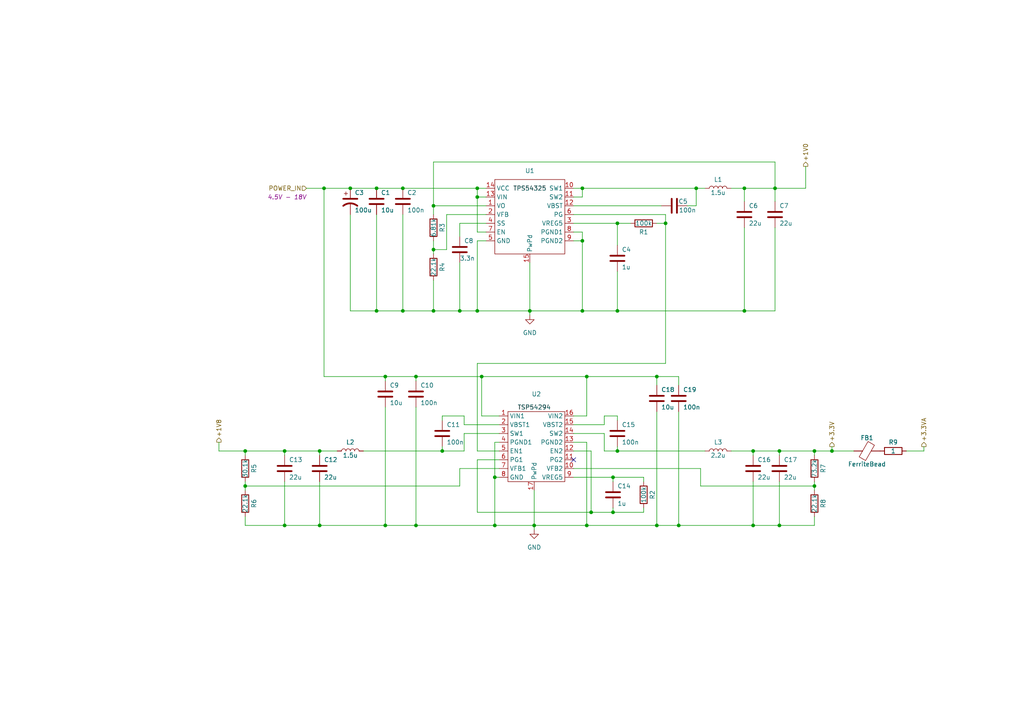
<source format=kicad_sch>
(kicad_sch (version 20230121) (generator eeschema)
  (paper "A4")
  (title_block (title "Power Supply Unit") (date "2023-09-11") (rev "0"))
  (lib_symbols
    (symbol "Device:C" (pin_numbers hide) (pin_names (offset 0.254))
      (property "Reference" "C" (at 0.635 2.54 0))
      (property "Value" "C" (at 0.635 -2.54 0))
      (symbol "C_0_1"
        (polyline (pts (xy -2.032 -0.762) (xy 2.032 -0.762)) (stroke (width 0.508)))
        (polyline (pts (xy -2.032 0.762) (xy 2.032 0.762)) (stroke (width 0.508)))
      )
      (symbol "C_1_1"
        (pin passive line (at 0 3.81 270) (length 2.794) (name "~") (number "1"))
        (pin passive line (at 0 -3.81 90) (length 2.794) (name "~") (number "2"))
      )
    )
    (symbol "Device:C_Polarized_US" (pin_numbers hide) (pin_names (offset 0.254) hide)
      (property "Reference" "C" (at 0.635 2.54 0))
      (property "Value" "C_Polarized_US" (at 0.635 -2.54 0))
      (symbol "C_Polarized_US_0_1"
        (polyline (pts (xy -2.032 0.762) (xy 2.032 0.762)) (stroke (width 0.508)))
        (polyline (pts (xy -1.778 2.286) (xy -0.762 2.286)))
        (polyline (pts (xy -1.27 1.778) (xy -1.27 2.794)))
        (arc (start 2.032 -1.27) (mid 0 -0.5572) (end -2.032 -1.27) (stroke (width 0.508)))
      )
      (symbol "C_Polarized_US_1_1"
        (pin passive line (at 0 3.81 270) (length 2.794) (name "~") (number "1"))
        (pin passive line (at 0 -3.81 90) (length 3.302) (name "~") (number "2"))
      )
    )
    (symbol "Device:FerriteBead" (pin_numbers hide) (pin_names (offset 0))
      (property "Reference" "FB" (at -3.81 0.635 90))
      (property "Value" "FerriteBead" (at 3.81 0 90))
      (symbol "FerriteBead_0_1"
        (polyline (pts (xy 0 -1.27) (xy 0 -1.2192)))
        (polyline (pts (xy 0 1.27) (xy 0 1.2954)))
        (polyline (pts (xy -2.7686 0.4064) (xy -1.7018 2.2606) (xy 2.7686 -0.3048) (xy 1.6764 -2.159) (xy -2.7686 0.4064)))
      )
      (symbol "FerriteBead_1_1"
        (pin passive line (at 0 3.81 270) (length 2.54) (name "~") (number "1"))
        (pin passive line (at 0 -3.81 90) (length 2.54) (name "~") (number "2"))
      )
    )
    (symbol "Device:L" (pin_numbers hide) (pin_names (offset 1.016) hide)
      (property "Reference" "L" (at -1.27 0 90))
      (property "Value" "L" (at 1.905 0 90))
      (symbol "L_0_1"
        (arc (start 0 -2.54) (mid 0.6323 -1.905) (end 0 -1.27))
        (arc (start 0 -1.27) (mid 0.6323 -0.635) (end 0 0))
        (arc (start 0 0) (mid 0.6323 0.635) (end 0 1.27))
        (arc (start 0 1.27) (mid 0.6323 1.905) (end 0 2.54))
      )
      (symbol "L_1_1"
        (pin passive line (at 0 3.81 270) (length 1.27) (name "1") (number "1"))
        (pin passive line (at 0 -3.81 90) (length 1.27) (name "2") (number "2"))
      )
    )
    (symbol "Device:R" (pin_numbers hide) (pin_names (offset 0))
      (property "Reference" "R" (at 2.032 0 90))
      (property "Value" "R" (at 0 0 90))
      (symbol "R_0_1"
        (rectangle (start -1.016 -2.54) (end 1.016 2.54) (stroke (width 0.254)))
      )
      (symbol "R_1_1"
        (pin passive line (at 0 3.81 270) (length 1.27) (name "~") (number "1"))
        (pin passive line (at 0 -3.81 90) (length 1.27) (name "~") (number "2"))
      )
    )
    (symbol "GuitarZero:TPS54294"
      (property "Reference" "U" (at 0 13.97 0))
      (symbol "TPS54294_0_1"
        (rectangle (start -7.62 10.16) (end 8.89 -10.16))
      )
      (symbol "TPS54294_1_1"
        (text "TSP54294" (at 0 11.43 0) (effects (font (size 1.27 1.27))))
        (pin power_in line (at -10.16 8.89 0) (length 2.54) (name "VIN1") (number "1"))
        (pin input line (at 11.43 -6.35 180) (length 2.54) (name "VFB2") (number "10"))
        (pin output line (at 11.43 -3.81 180) (length 2.54) (name "PG2") (number "11"))
        (pin input line (at 11.43 -1.27 180) (length 2.54) (name "EN2") (number "12"))
        (pin bidirectional line (at 11.43 1.27 180) (length 2.54) (name "PGND2") (number "13"))
        (pin bidirectional line (at 11.43 3.81 180) (length 2.54) (name "SW2") (number "14"))
        (pin input line (at 11.43 6.35 180) (length 2.54) (name "VBST2") (number "15"))
        (pin power_in line (at 11.43 8.89 180) (length 2.54) (name "VIN2") (number "16"))
        (pin passive line (at 0 -12.7 90) (length 2.54) (name "PwPd") (number "17"))
        (pin input line (at -10.16 6.35 0) (length 2.54) (name "VBST1") (number "2"))
        (pin bidirectional line (at -10.16 3.81 0) (length 2.54) (name "SW1") (number "3"))
        (pin bidirectional line (at -10.16 1.27 0) (length 2.54) (name "PGND1") (number "4"))
        (pin input line (at -10.16 -1.27 0) (length 2.54) (name "EN1") (number "5"))
        (pin output line (at -10.16 -3.81 0) (length 2.54) (name "PG1") (number "6"))
        (pin input line (at -10.16 -6.35 0) (length 2.54) (name "VFB1") (number "7"))
        (pin power_in line (at -10.16 -8.89 0) (length 2.54) (name "GND") (number "8"))
        (pin power_out line (at 11.43 -8.89 180) (length 2.54) (name "VREG5") (number "9"))
      )
    )
    (symbol "GuitarZero:TPS54325"
      (property "Reference" "U" (at 0 11.43 0))
      (symbol "TPS54325_0_1"
        (rectangle (start -10.16 10.16) (end 10.16 -11.43))
      )
      (symbol "TPS54325_1_1"
        (text "TPS54325" (at 0 7.62 0) (effects (font (size 1.27 1.27))))
        (pin input line (at -12.7 2.54 0) (length 2.54) (name "VO") (number "1"))
        (pin power_out line (at 12.7 7.62 180) (length 2.54) (name "SW1") (number "10"))
        (pin passive line (at 12.7 5.08 180) (length 2.54) (name "SW2") (number "11"))
        (pin output line (at 12.7 2.54 180) (length 2.54) (name "VBST") (number "12"))
        (pin power_in line (at -12.7 5.08 0) (length 2.54) (name "VIN") (number "13"))
        (pin power_in line (at -12.7 7.62 0) (length 2.54) (name "VCC") (number "14"))
        (pin passive line (at 0 -13.97 90) (length 2.54) (name "PwPd") (number "15"))
        (pin input line (at -12.7 0 0) (length 2.54) (name "VFB") (number "2"))
        (pin output line (at 12.7 -2.54 180) (length 2.54) (name "VREG5") (number "3"))
        (pin input line (at -12.7 -2.54 0) (length 2.54) (name "SS") (number "4"))
        (pin power_in line (at -12.7 -7.62 0) (length 2.54) (name "GND") (number "5"))
        (pin output line (at 12.7 0 180) (length 2.54) (name "PG") (number "6"))
        (pin power_in line (at -12.7 -5.08 0) (length 2.54) (name "EN") (number "7"))
        (pin passive line (at 12.7 -5.08 180) (length 2.54) (name "PGND1") (number "8"))
        (pin passive line (at 12.7 -7.62 180) (length 2.54) (name "PGND2") (number "9"))
      )
    )
    (symbol "power:GND" (power) (pin_names (offset 0))
      (property "Value" "GND" (at 0 -3.81 0))
      (symbol "GND_0_1"
        (polyline (pts (xy 0 0) (xy 0 -1.27) (xy 1.27 -1.27) (xy 0 -2.54) (xy -1.27 -1.27) (xy 0 -1.27)))
      )
      (symbol "GND_1_1"
        (pin power_in line (at 0 0 270) (length 0) hide (name "GND") (number "1"))
      )
    )
  )
  (junction (at 201.93 54.61))
  (junction (at 71.12 130.81))
  (junction (at 177.8 148.59))
  (junction (at 82.55 152.4))
  (junction (at 101.6 54.61))
  (junction (at 116.84 54.61))
  (junction (at 92.71 152.4))
  (junction (at 226.06 130.81))
  (junction (at 120.65 152.4))
  (junction (at 168.91 90.17))
  (junction (at 190.5 109.22))
  (junction (at 241.3 130.81))
  (junction (at 71.12 140.97))
  (junction (at 138.43 54.61))
  (junction (at 170.18 109.22))
  (junction (at 215.9 54.61))
  (junction (at 171.45 148.59))
  (junction (at 133.35 90.17))
  (junction (at 143.51 138.43))
  (junction (at 120.65 109.22))
  (junction (at 190.5 152.4))
  (junction (at 82.55 130.81))
  (junction (at 179.07 64.77))
  (junction (at 177.8 138.43))
  (junction (at 154.94 152.4))
  (junction (at 111.76 152.4))
  (junction (at 168.91 54.61))
  (junction (at 218.44 152.4))
  (junction (at 125.73 90.17))
  (junction (at 236.22 130.81))
  (junction (at 170.18 152.4))
  (junction (at 215.9 90.17))
  (junction (at 179.07 90.17))
  (junction (at 109.22 90.17))
  (junction (at 196.85 152.4))
  (junction (at 236.22 140.97))
  (junction (at 125.73 72.39))
  (junction (at 143.51 152.4))
  (junction (at 125.73 59.69))
  (junction (at 92.71 130.81))
  (junction (at 93.98 54.61))
  (junction (at 193.04 64.77))
  (junction (at 168.91 69.85))
  (junction (at 111.76 109.22))
  (junction (at 226.06 152.4))
  (junction (at 116.84 90.17))
  (junction (at 138.43 90.17))
  (junction (at 138.43 57.15))
  (junction (at 109.22 54.61))
  (junction (at 224.79 54.61))
  (junction (at 128.27 130.81))
  (junction (at 218.44 130.81))
  (junction (at 153.67 90.17))
  (junction (at 179.07 130.81))
  (junction (at 139.7 109.22))
  (no_connect (at 166.37 133.35))
  (wire (pts (xy 120.65 109.22) (xy 120.65 110.49)))
  (wire (pts (xy 168.91 67.31) (xy 168.91 69.85)))
  (wire (pts (xy 175.26 120.65) (xy 179.07 120.65)))
  (wire (pts (xy 134.62 120.65) (xy 128.27 120.65)))
  (wire (pts (xy 171.45 148.59) (xy 138.43 148.59)))
  (wire (pts (xy 109.22 90.17) (xy 101.6 90.17)))
  (wire (pts (xy 224.79 90.17) (xy 224.79 66.04)))
  (wire (pts (xy 140.97 64.77) (xy 133.35 64.77)))
  (wire (pts (xy 125.73 46.99) (xy 224.79 46.99)))
  (wire (pts (xy 128.27 130.81) (xy 128.27 129.54)))
  (wire (pts (xy 71.12 139.7) (xy 71.12 140.97)))
  (wire (pts (xy 129.54 72.39) (xy 125.73 72.39)))
  (wire (pts (xy 262.89 130.81) (xy 267.97 130.81)))
  (wire (pts (xy 166.37 69.85) (xy 168.91 69.85)))
  (wire (pts (xy 236.22 139.7) (xy 236.22 140.97)))
  (wire (pts (xy 120.65 118.11) (xy 120.65 152.4)))
  (wire (pts (xy 125.73 59.69) (xy 125.73 46.99)))
  (wire (pts (xy 138.43 57.15) (xy 140.97 57.15)))
  (wire (pts (xy 190.5 109.22) (xy 196.85 109.22)))
  (wire (pts (xy 120.65 152.4) (xy 143.51 152.4)))
  (wire (pts (xy 120.65 109.22) (xy 139.7 109.22)))
  (wire (pts (xy 133.35 140.97) (xy 133.35 135.89)))
  (wire (pts (xy 190.5 109.22) (xy 190.5 111.76)))
  (wire (pts (xy 215.9 54.61) (xy 224.79 54.61)))
  (wire (pts (xy 128.27 130.81) (xy 134.62 130.81)))
  (wire (pts (xy 218.44 130.81) (xy 218.44 132.08)))
  (wire (pts (xy 134.62 125.73) (xy 134.62 130.81)))
  (wire (pts (xy 190.5 152.4) (xy 196.85 152.4)))
  (wire (pts (xy 179.07 78.74) (xy 179.07 90.17)))
  (wire (pts (xy 88.9 54.61) (xy 93.98 54.61)))
  (wire (pts (xy 71.12 149.86) (xy 71.12 152.4)))
  (wire (pts (xy 153.67 90.17) (xy 168.91 90.17)))
  (wire (pts (xy 82.55 152.4) (xy 92.71 152.4)))
  (wire (pts (xy 201.93 54.61) (xy 201.93 59.69)))
  (wire (pts (xy 171.45 130.81) (xy 171.45 148.59)))
  (wire (pts (xy 138.43 67.31) (xy 140.97 67.31)))
  (wire (pts (xy 186.69 147.32) (xy 186.69 148.59)))
  (wire (pts (xy 125.73 90.17) (xy 116.84 90.17)))
  (wire (pts (xy 166.37 120.65) (xy 170.18 120.65)))
  (wire (pts (xy 196.85 152.4) (xy 218.44 152.4)))
  (wire (pts (xy 226.06 152.4) (xy 236.22 152.4)))
  (wire (pts (xy 186.69 138.43) (xy 186.69 139.7)))
  (wire (pts (xy 105.41 130.81) (xy 128.27 130.81)))
  (wire (pts (xy 71.12 140.97) (xy 71.12 142.24)))
  (wire (pts (xy 215.9 54.61) (xy 215.9 58.42)))
  (wire (pts (xy 236.22 130.81) (xy 241.3 130.81)))
  (wire (pts (xy 179.07 90.17) (xy 215.9 90.17)))
  (wire (pts (xy 71.12 130.81) (xy 82.55 130.81)))
  (wire (pts (xy 138.43 148.59) (xy 138.43 133.35)))
  (wire (pts (xy 168.91 90.17) (xy 179.07 90.17)))
  (wire (pts (xy 170.18 120.65) (xy 170.18 109.22)))
  (wire (pts (xy 170.18 128.27) (xy 170.18 152.4)))
  (wire (pts (xy 236.22 130.81) (xy 236.22 132.08)))
  (wire (pts (xy 224.79 54.61) (xy 224.79 58.42)))
  (wire (pts (xy 212.09 54.61) (xy 215.9 54.61)))
  (wire (pts (xy 133.35 135.89) (xy 144.78 135.89)))
  (wire (pts (xy 179.07 64.77) (xy 179.07 71.12)))
  (wire (pts (xy 179.07 64.77) (xy 182.88 64.77)))
  (wire (pts (xy 125.73 81.28) (xy 125.73 90.17)))
  (wire (pts (xy 218.44 130.81) (xy 226.06 130.81)))
  (wire (pts (xy 129.54 62.23) (xy 129.54 72.39)))
  (wire (pts (xy 133.35 76.2) (xy 133.35 90.17)))
  (wire (pts (xy 109.22 62.23) (xy 109.22 90.17)))
  (wire (pts (xy 166.37 57.15) (xy 168.91 57.15)))
  (wire (pts (xy 177.8 138.43) (xy 177.8 139.7)))
  (wire (pts (xy 236.22 140.97) (xy 236.22 142.24)))
  (wire (pts (xy 143.51 138.43) (xy 143.51 152.4)))
  (wire (pts (xy 144.78 128.27) (xy 143.51 128.27)))
  (wire (pts (xy 111.76 118.11) (xy 111.76 152.4)))
  (wire (pts (xy 170.18 152.4) (xy 190.5 152.4)))
  (wire (pts (xy 82.55 139.7) (xy 82.55 152.4)))
  (wire (pts (xy 109.22 54.61) (xy 116.84 54.61)))
  (wire (pts (xy 177.8 147.32) (xy 177.8 148.59)))
  (wire (pts (xy 241.3 129.54) (xy 241.3 130.81)))
  (wire (pts (xy 140.97 59.69) (xy 125.73 59.69)))
  (wire (pts (xy 201.93 59.69) (xy 199.39 59.69)))
  (wire (pts (xy 140.97 69.85) (xy 138.43 69.85)))
  (wire (pts (xy 226.06 130.81) (xy 236.22 130.81)))
  (wire (pts (xy 144.78 123.19) (xy 134.62 123.19)))
  (wire (pts (xy 190.5 119.38) (xy 190.5 152.4)))
  (wire (pts (xy 236.22 149.86) (xy 236.22 152.4)))
  (wire (pts (xy 166.37 67.31) (xy 168.91 67.31)))
  (wire (pts (xy 224.79 46.99) (xy 224.79 54.61)))
  (wire (pts (xy 92.71 130.81) (xy 97.79 130.81)))
  (wire (pts (xy 125.73 59.69) (xy 125.73 62.23)))
  (wire (pts (xy 138.43 57.15) (xy 138.43 67.31)))
  (wire (pts (xy 201.93 54.61) (xy 204.47 54.61)))
  (wire (pts (xy 166.37 64.77) (xy 179.07 64.77)))
  (wire (pts (xy 144.78 120.65) (xy 139.7 120.65)))
  (wire (pts (xy 92.71 130.81) (xy 92.71 132.08)))
  (wire (pts (xy 166.37 130.81) (xy 171.45 130.81)))
  (wire (pts (xy 154.94 142.24) (xy 154.94 152.4)))
  (wire (pts (xy 177.8 148.59) (xy 186.69 148.59)))
  (wire (pts (xy 153.67 91.44) (xy 153.67 90.17)))
  (wire (pts (xy 170.18 109.22) (xy 190.5 109.22)))
  (wire (pts (xy 166.37 138.43) (xy 177.8 138.43)))
  (wire (pts (xy 116.84 62.23) (xy 116.84 90.17)))
  (wire (pts (xy 125.73 72.39) (xy 125.73 73.66)))
  (wire (pts (xy 93.98 54.61) (xy 93.98 109.22)))
  (wire (pts (xy 116.84 90.17) (xy 109.22 90.17)))
  (wire (pts (xy 138.43 90.17) (xy 133.35 90.17)))
  (wire (pts (xy 166.37 54.61) (xy 168.91 54.61)))
  (wire (pts (xy 166.37 128.27) (xy 170.18 128.27)))
  (wire (pts (xy 111.76 109.22) (xy 120.65 109.22)))
  (wire (pts (xy 179.07 120.65) (xy 179.07 121.92)))
  (wire (pts (xy 139.7 109.22) (xy 170.18 109.22)))
  (wire (pts (xy 63.5 130.81) (xy 63.5 128.27)))
  (wire (pts (xy 82.55 130.81) (xy 82.55 132.08)))
  (wire (pts (xy 168.91 54.61) (xy 201.93 54.61)))
  (wire (pts (xy 125.73 69.85) (xy 125.73 72.39)))
  (wire (pts (xy 138.43 105.41) (xy 138.43 130.81)))
  (wire (pts (xy 166.37 62.23) (xy 193.04 62.23)))
  (wire (pts (xy 101.6 90.17) (xy 101.6 62.23)))
  (wire (pts (xy 226.06 139.7) (xy 226.06 152.4)))
  (wire (pts (xy 203.2 140.97) (xy 203.2 135.89)))
  (wire (pts (xy 166.37 123.19) (xy 175.26 123.19)))
  (wire (pts (xy 63.5 130.81) (xy 71.12 130.81)))
  (wire (pts (xy 218.44 152.4) (xy 226.06 152.4)))
  (wire (pts (xy 71.12 152.4) (xy 82.55 152.4)))
  (wire (pts (xy 138.43 130.81) (xy 144.78 130.81)))
  (wire (pts (xy 92.71 139.7) (xy 92.71 152.4)))
  (wire (pts (xy 93.98 109.22) (xy 111.76 109.22)))
  (wire (pts (xy 267.97 129.54) (xy 267.97 130.81)))
  (wire (pts (xy 166.37 125.73) (xy 175.26 125.73)))
  (wire (pts (xy 175.26 130.81) (xy 179.07 130.81)))
  (wire (pts (xy 179.07 130.81) (xy 204.47 130.81)))
  (wire (pts (xy 226.06 130.81) (xy 226.06 132.08)))
  (wire (pts (xy 128.27 120.65) (xy 128.27 121.92)))
  (wire (pts (xy 154.94 153.67) (xy 154.94 152.4)))
  (wire (pts (xy 212.09 130.81) (xy 218.44 130.81)))
  (wire (pts (xy 168.91 69.85) (xy 168.91 90.17)))
  (wire (pts (xy 101.6 54.61) (xy 109.22 54.61)))
  (wire (pts (xy 241.3 130.81) (xy 247.65 130.81)))
  (wire (pts (xy 71.12 130.81) (xy 71.12 132.08)))
  (wire (pts (xy 144.78 125.73) (xy 134.62 125.73)))
  (wire (pts (xy 233.68 48.26) (xy 233.68 54.61)))
  (wire (pts (xy 193.04 105.41) (xy 138.43 105.41)))
  (wire (pts (xy 154.94 152.4) (xy 170.18 152.4)))
  (wire (pts (xy 190.5 64.77) (xy 193.04 64.77)))
  (wire (pts (xy 138.43 133.35) (xy 144.78 133.35)))
  (wire (pts (xy 92.71 152.4) (xy 111.76 152.4)))
  (wire (pts (xy 218.44 139.7) (xy 218.44 152.4)))
  (wire (pts (xy 111.76 152.4) (xy 120.65 152.4)))
  (wire (pts (xy 179.07 130.81) (xy 179.07 129.54)))
  (wire (pts (xy 236.22 140.97) (xy 203.2 140.97)))
  (wire (pts (xy 203.2 135.89) (xy 166.37 135.89)))
  (wire (pts (xy 193.04 62.23) (xy 193.04 64.77)))
  (wire (pts (xy 139.7 120.65) (xy 139.7 109.22)))
  (wire (pts (xy 140.97 62.23) (xy 129.54 62.23)))
  (wire (pts (xy 153.67 76.2) (xy 153.67 90.17)))
  (wire (pts (xy 143.51 152.4) (xy 154.94 152.4)))
  (wire (pts (xy 215.9 66.04) (xy 215.9 90.17)))
  (wire (pts (xy 133.35 64.77) (xy 133.35 68.58)))
  (wire (pts (xy 116.84 54.61) (xy 138.43 54.61)))
  (wire (pts (xy 175.26 125.73) (xy 175.26 130.81)))
  (wire (pts (xy 215.9 90.17) (xy 224.79 90.17)))
  (wire (pts (xy 171.45 148.59) (xy 177.8 148.59)))
  (wire (pts (xy 166.37 59.69) (xy 191.77 59.69)))
  (wire (pts (xy 224.79 54.61) (xy 233.68 54.61)))
  (wire (pts (xy 82.55 130.81) (xy 92.71 130.81)))
  (wire (pts (xy 93.98 54.61) (xy 101.6 54.61)))
  (wire (pts (xy 111.76 109.22) (xy 111.76 110.49)))
  (wire (pts (xy 138.43 69.85) (xy 138.43 90.17)))
  (wire (pts (xy 193.04 64.77) (xy 193.04 105.41)))
  (wire (pts (xy 134.62 123.19) (xy 134.62 120.65)))
  (wire (pts (xy 133.35 90.17) (xy 125.73 90.17)))
  (wire (pts (xy 153.67 90.17) (xy 138.43 90.17)))
  (wire (pts (xy 138.43 54.61) (xy 138.43 57.15)))
  (wire (pts (xy 196.85 109.22) (xy 196.85 111.76)))
  (wire (pts (xy 196.85 119.38) (xy 196.85 152.4)))
  (wire (pts (xy 168.91 57.15) (xy 168.91 54.61)))
  (wire (pts (xy 177.8 138.43) (xy 186.69 138.43)))
  (wire (pts (xy 175.26 123.19) (xy 175.26 120.65)))
  (wire (pts (xy 138.43 54.61) (xy 140.97 54.61)))
  (wire (pts (xy 143.51 128.27) (xy 143.51 138.43)))
  (wire (pts (xy 144.78 138.43) (xy 143.51 138.43)))
  (wire (pts (xy 71.12 140.97) (xy 133.35 140.97)))
  (hierarchical_label "+3.3V" (shape output) (at 241.3 129.54 90))
  (hierarchical_label "+1V8" (shape output) (at 63.5 128.27 90))
  (hierarchical_label "POWER_IN" (shape input) (at 88.9 54.61 180) (property "Range" "4.5V - 18V" (at 88.9 57.15 0) (effects (font italic) (justify right))))
  (hierarchical_label "+3.3VA" (shape output) (at 267.97 129.54 90))
  (hierarchical_label "+1V0" (shape output) (at 233.68 48.26 90))
  (symbol (lib_id "Device:L") (at 101.6 130.81 90) (unit 1)
    (property "Reference" "L2" (at 101.6 128.27 90))
    (property "Value" "1.5u" (at 101.6 132.08 90))
    (property "Footprint" "Inductor_SMD:L_0805_2012Metric" (effects hide))
  )
  (symbol (lib_id "Device:C") (at 179.07 125.73 0) (unit 1)
    (property "Reference" "C15" (at 180.34 123.19 0) (effects (justify left)))
    (property "Value" "100n" (at 180.34 128.27 0) (effects (justify left)))
    (property "Footprint" "Capacitor_SMD:C_0805_2012Metric" (effects hide))
  )
  (symbol (lib_id "Device:R") (at 236.22 146.05 180) (unit 1)
    (property "Reference" "R8" (at 238.76 146.05 90))
    (property "Value" "22.1k" (at 236.22 146.05 90))
    (property "Footprint" "Resistor_SMD:R_0805_2012Metric" (effects hide))
  )
  (symbol (lib_id "Device:C") (at 92.71 135.89 0) (unit 1)
    (property "Reference" "C12" (at 93.98 133.35 0) (effects (justify left)))
    (property "Value" "22u" (at 93.98 138.43 0) (effects (justify left)))
    (property "Footprint" "Capacitor_SMD:C_0805_2012Metric" (effects hide))
  )
  (symbol (lib_id "Device:C") (at 215.9 62.23 0) (unit 1)
    (property "Reference" "C6" (at 217.17 59.69 0) (effects (justify left)))
    (property "Value" "22u" (at 217.17 64.77 0) (effects (justify left)))
    (property "Footprint" "Capacitor_SMD:C_0805_2012Metric" (effects hide))
  )
  (symbol (lib_id "Device:C") (at 226.06 135.89 0) (unit 1)
    (property "Reference" "C17" (at 227.33 133.35 0) (effects (justify left)))
    (property "Value" "22u" (at 227.33 138.43 0) (effects (justify left)))
    (property "Footprint" "Capacitor_SMD:C_0805_2012Metric" (effects hide))
  )
  (symbol (lib_id "Device:C") (at 133.35 72.39 0) (unit 1)
    (property "Reference" "C8" (at 134.62 69.85 0) (effects (justify left)))
    (property "Value" "3.3n" (at 133.35 74.93 0) (effects (justify left)))
    (property "Footprint" "Capacitor_SMD:C_0805_2012Metric" (effects hide))
  )
  (symbol (lib_id "Device:C") (at 190.5 115.57 0) (unit 1)
    (property "Reference" "C18" (at 191.77 113.03 0) (effects (justify left)))
    (property "Value" "10u" (at 191.77 118.11 0) (effects (justify left)))
    (property "Footprint" "Capacitor_SMD:C_0805_2012Metric" (effects hide))
  )
  (symbol (lib_id "Device:R") (at 236.22 135.89 180) (unit 1)
    (property "Reference" "R7" (at 238.76 135.89 90))
    (property "Value" "73.2k" (at 236.22 135.89 90))
    (property "Footprint" "Resistor_SMD:R_0805_2012Metric" (effects hide))
  )
  (symbol (lib_id "Device:C") (at 179.07 74.93 0) (unit 1)
    (property "Reference" "C4" (at 180.34 72.39 0) (effects (justify left)))
    (property "Value" "1u" (at 180.34 77.47 0) (effects (justify left)))
    (property "Footprint" "Capacitor_SMD:C_0805_2012Metric" (effects hide))
  )
  (symbol (lib_id "Device:R") (at 125.73 77.47 180) (unit 1)
    (property "Reference" "R4" (at 128.27 77.47 90))
    (property "Value" "22.1k" (at 125.73 77.47 90))
    (property "Footprint" "Resistor_SMD:R_0805_2012Metric" (effects hide))
  )
  (symbol (lib_id "Device:C") (at 116.84 58.42 0) (unit 1)
    (property "Reference" "C2" (at 118.11 55.88 0) (effects (justify left)))
    (property "Value" "100n" (at 118.11 60.96 0) (effects (justify left)))
    (property "Footprint" "Capacitor_SMD:C_0805_2012Metric" (effects hide))
  )
  (symbol (lib_id "power:GND") (at 153.67 91.44 0) (unit 1)
    (property "Reference" "#PWR01" (effects hide))
    (property "Value" "GND" (at 153.67 96.52 0))
  )
  (symbol (lib_id "Device:C") (at 111.76 114.3 0) (unit 1)
    (property "Reference" "C9" (at 113.03 111.76 0) (effects (justify left)))
    (property "Value" "10u" (at 113.03 116.84 0) (effects (justify left)))
    (property "Footprint" "Capacitor_SMD:C_0805_2012Metric" (effects hide))
  )
  (symbol (lib_id "Device:C") (at 128.27 125.73 0) (unit 1)
    (property "Reference" "C11" (at 129.54 123.19 0) (effects (justify left)))
    (property "Value" "100n" (at 129.54 128.27 0) (effects (justify left)))
    (property "Footprint" "Capacitor_SMD:C_0805_2012Metric" (effects hide))
  )
  (symbol (lib_id "Device:L") (at 208.28 54.61 90) (unit 1)
    (property "Reference" "L1" (at 208.28 52.07 90))
    (property "Value" "1.5u" (at 208.28 55.88 90))
    (property "Footprint" "Inductor_SMD:L_0805_2012Metric" (effects hide))
  )
  (symbol (lib_id "power:GND") (at 154.94 153.67 0) (unit 1)
    (property "Reference" "#PWR02" (effects hide))
    (property "Value" "GND" (at 154.94 158.75 0))
  )
  (symbol (lib_id "GuitarZero:TPS54294") (at 154.94 129.54 0) (unit 1)
    (property "Reference" "U2" (at 155.575 114.3 0))
    (property "Value" "TSP54294" (at 154.94 118.11 0))
    (property "Footprint" "Package_SO:HTSSOP-16-1EP_4.4x5mm_P0.65mm_EP3x3mm" (effects hide))
  )
  (symbol (lib_id "Device:C") (at 218.44 135.89 0) (unit 1)
    (property "Reference" "C16" (at 219.71 133.35 0) (effects (justify left)))
    (property "Value" "22u" (at 219.71 138.43 0) (effects (justify left)))
    (property "Footprint" "Capacitor_SMD:C_0805_2012Metric" (effects hide))
  )
  (symbol (lib_id "Device:R") (at 186.69 64.77 90) (unit 1)
    (property "Reference" "R1" (at 186.69 67.31 90))
    (property "Value" "100k" (at 186.69 64.77 90))
    (property "Footprint" "Resistor_SMD:R_0805_2012Metric" (effects hide))
  )
  (symbol (lib_id "Device:C") (at 120.65 114.3 0) (unit 1)
    (property "Reference" "C10" (at 121.92 111.76 0) (effects (justify left)))
    (property "Value" "100n" (at 121.92 116.84 0) (effects (justify left)))
    (property "Footprint" "Capacitor_SMD:C_0805_2012Metric" (effects hide))
  )
  (symbol (lib_id "Device:C") (at 177.8 143.51 0) (unit 1)
    (property "Reference" "C14" (at 179.07 140.97 0) (effects (justify left)))
    (property "Value" "1u" (at 179.07 146.05 0) (effects (justify left)))
    (property "Footprint" "Capacitor_SMD:C_0805_2012Metric" (effects hide))
  )
  (symbol (lib_id "GuitarZero:TPS54325") (at 153.67 62.23 0) (unit 1)
    (property "Reference" "U1" (at 153.67 49.53 0))
    (property "Value" "TPS54325" (at 153.67 54.61 0))
    (property "Footprint" "Package_SO:TSSOP-14-1EP_4.4x5mm_P0.65mm" (effects hide))
  )
  (symbol (lib_id "Device:R") (at 71.12 146.05 180) (unit 1)
    (property "Reference" "R6" (at 73.66 146.05 90))
    (property "Value" "22.1k" (at 71.12 146.05 90))
    (property "Footprint" "Resistor_SMD:R_0805_2012Metric" (effects hide))
  )
  (symbol (lib_id "Device:C_Polarized_US") (at 101.6 58.42 0) (unit 1)
    (property "Reference" "C3" (at 102.87 55.88 0) (effects (justify left)))
    (property "Value" "100u" (at 102.87 60.96 0) (effects (justify left)))
    (property "Footprint" "Capacitor_SMD:C_0805_2012Metric" (effects hide))
  )
  (symbol (lib_id "Device:C") (at 196.85 115.57 0) (unit 1)
    (property "Reference" "C19" (at 198.12 113.03 0) (effects (justify left)))
    (property "Value" "100n" (at 198.12 118.11 0) (effects (justify left)))
    (property "Footprint" "Capacitor_SMD:C_0805_2012Metric" (effects hide))
  )
  (symbol (lib_id "Device:L") (at 208.28 130.81 90) (unit 1)
    (property "Reference" "L3" (at 208.28 128.27 90))
    (property "Value" "2.2u" (at 208.28 132.08 90))
    (property "Footprint" "Inductor_SMD:L_0805_2012Metric" (effects hide))
  )
  (symbol (lib_id "Device:C") (at 224.79 62.23 0) (unit 1)
    (property "Reference" "C7" (at 226.06 59.69 0) (effects (justify left)))
    (property "Value" "22u" (at 226.06 64.77 0) (effects (justify left)))
    (property "Footprint" "Capacitor_SMD:C_0805_2012Metric" (effects hide))
  )
  (symbol (lib_id "Device:R") (at 259.08 130.81 270) (unit 1)
    (property "Reference" "R9" (at 259.08 128.27 90))
    (property "Value" "1" (at 259.08 130.81 90))
    (property "Footprint" "Resistor_SMD:R_0805_2012Metric" (effects hide))
  )
  (symbol (lib_id "Device:FerriteBead") (at 251.46 130.81 90) (unit 1)
    (property "Reference" "FB1" (at 251.46 127 90))
    (property "Value" "FerriteBead" (at 251.46 134.62 90))
    (property "Footprint" "Inductor_SMD:L_0603_1608Metric" (effects hide))
  )
  (symbol (lib_id "Device:C") (at 195.58 59.69 270) (unit 1)
    (property "Reference" "C5" (at 198.12 58.42 90))
    (property "Value" "100n" (at 199.39 60.96 90))
    (property "Footprint" "Capacitor_SMD:C_0805_2012Metric" (effects hide))
  )
  (symbol (lib_id "Device:R") (at 186.69 143.51 180) (unit 1)
    (property "Reference" "R2" (at 189.23 143.51 90))
    (property "Value" "100k" (at 186.69 143.51 90))
    (property "Footprint" "Resistor_SMD:R_0805_2012Metric" (effects hide))
  )
  (symbol (lib_id "Device:R") (at 71.12 135.89 180) (unit 1)
    (property "Reference" "R5" (at 73.66 135.89 90))
    (property "Value" "30.1k" (at 71.12 135.89 90))
    (property "Footprint" "Resistor_SMD:R_0805_2012Metric" (effects hide))
  )
  (symbol (lib_id "Device:R") (at 125.73 66.04 180) (unit 1)
    (property "Reference" "R3" (at 128.27 66.04 90))
    (property "Value" "6.81k" (at 125.73 66.04 90))
    (property "Footprint" "Resistor_SMD:R_0805_2012Metric" (effects hide))
  )
  (symbol (lib_id "Device:C") (at 109.22 58.42 0) (unit 1)
    (property "Reference" "C1" (at 110.49 55.88 0) (effects (justify left)))
    (property "Value" "10u" (at 110.49 60.96 0) (effects (justify left)))
    (property "Footprint" "Capacitor_SMD:C_0805_2012Metric" (effects hide))
  )
  (symbol (lib_id "Device:C") (at 82.55 135.89 0) (unit 1)
    (property "Reference" "C13" (at 83.82 133.35 0) (effects (justify left)))
    (property "Value" "22u" (at 83.82 138.43 0) (effects (justify left)))
    (property "Footprint" "Capacitor_SMD:C_0805_2012Metric" (effects hide))
  )
)
</source>
